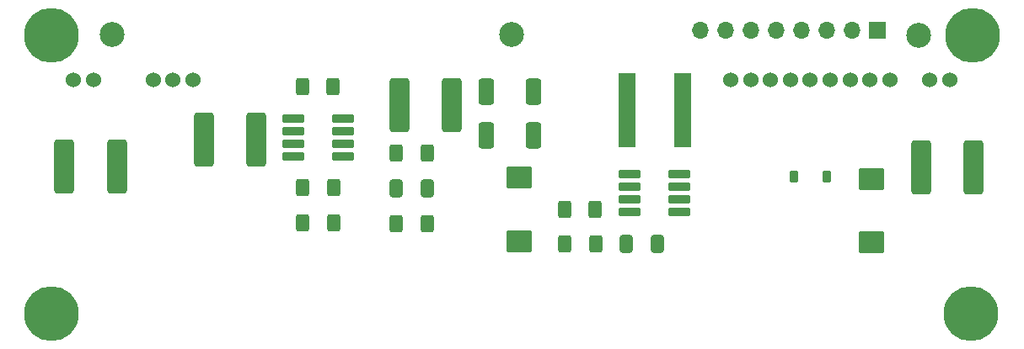
<source format=gbr>
%TF.GenerationSoftware,KiCad,Pcbnew,8.0.3+dfsg-1*%
%TF.CreationDate,2024-07-07T12:28:05+02:00*%
%TF.ProjectId,VFD-Driverboard,5646442d-4472-4697-9665-72626f617264,rev?*%
%TF.SameCoordinates,Original*%
%TF.FileFunction,Soldermask,Bot*%
%TF.FilePolarity,Negative*%
%FSLAX45Y45*%
G04 Gerber Fmt 4.5, Leading zero omitted, Abs format (unit mm)*
G04 Created by KiCad (PCBNEW 8.0.3+dfsg-1) date 2024-07-07 12:28:05*
%MOMM*%
%LPD*%
G01*
G04 APERTURE LIST*
G04 Aperture macros list*
%AMRoundRect*
0 Rectangle with rounded corners*
0 $1 Rounding radius*
0 $2 $3 $4 $5 $6 $7 $8 $9 X,Y pos of 4 corners*
0 Add a 4 corners polygon primitive as box body*
4,1,4,$2,$3,$4,$5,$6,$7,$8,$9,$2,$3,0*
0 Add four circle primitives for the rounded corners*
1,1,$1+$1,$2,$3*
1,1,$1+$1,$4,$5*
1,1,$1+$1,$6,$7*
1,1,$1+$1,$8,$9*
0 Add four rect primitives between the rounded corners*
20,1,$1+$1,$2,$3,$4,$5,0*
20,1,$1+$1,$4,$5,$6,$7,0*
20,1,$1+$1,$6,$7,$8,$9,0*
20,1,$1+$1,$8,$9,$2,$3,0*%
G04 Aperture macros list end*
%ADD10C,1.524000*%
%ADD11C,2.500000*%
%ADD12C,3.600000*%
%ADD13C,5.500000*%
%ADD14R,1.700000X1.700000*%
%ADD15O,1.700000X1.700000*%
%ADD16RoundRect,0.250000X-1.025000X0.875000X-1.025000X-0.875000X1.025000X-0.875000X1.025000X0.875000X0*%
%ADD17RoundRect,0.250000X1.025000X-0.875000X1.025000X0.875000X-1.025000X0.875000X-1.025000X-0.875000X0*%
%ADD18RoundRect,0.250000X0.400000X0.625000X-0.400000X0.625000X-0.400000X-0.625000X0.400000X-0.625000X0*%
%ADD19RoundRect,0.249999X0.737501X2.450001X-0.737501X2.450001X-0.737501X-2.450001X0.737501X-2.450001X0*%
%ADD20RoundRect,0.249999X-0.512501X-1.075001X0.512501X-1.075001X0.512501X1.075001X-0.512501X1.075001X0*%
%ADD21RoundRect,0.056280X1.030720X0.345720X-1.030720X0.345720X-1.030720X-0.345720X1.030720X-0.345720X0*%
%ADD22RoundRect,0.250000X-0.400000X-0.625000X0.400000X-0.625000X0.400000X0.625000X-0.400000X0.625000X0*%
%ADD23RoundRect,0.249999X-0.737501X-2.450001X0.737501X-2.450001X0.737501X2.450001X-0.737501X2.450001X0*%
%ADD24RoundRect,0.225000X0.225000X0.375000X-0.225000X0.375000X-0.225000X-0.375000X0.225000X-0.375000X0*%
%ADD25RoundRect,0.250000X-0.412500X-0.650000X0.412500X-0.650000X0.412500X0.650000X-0.412500X0.650000X0*%
%ADD26R,1.790700X7.493000*%
%ADD27RoundRect,0.250000X0.412500X0.650000X-0.412500X0.650000X-0.412500X-0.650000X0.412500X-0.650000X0*%
G04 APERTURE END LIST*
D10*
%TO.C,V1*%
X10739030Y-2143690D03*
X10539030Y-2143690D03*
X10139030Y-2143690D03*
X9939030Y-2143690D03*
X9739030Y-2143690D03*
X9539030Y-2143690D03*
X9339030Y-2143690D03*
X9139030Y-2143690D03*
X8939030Y-2143690D03*
X8739030Y-2143690D03*
X8539030Y-2143690D03*
X3139030Y-2143690D03*
X2939030Y-2143690D03*
X2739030Y-2143690D03*
X2139030Y-2143690D03*
X1939030Y-2143690D03*
%TD*%
D11*
%TO.C,TP3*%
X2326640Y-1694180D03*
%TD*%
%TO.C,TP2*%
X10424160Y-1699260D03*
%TD*%
%TO.C,TP1*%
X6337300Y-1694180D03*
%TD*%
D12*
%TO.C,H1*%
X1719340Y-1698340D03*
D13*
X1719340Y-1698340D03*
%TD*%
D12*
%TO.C,H4*%
X10949340Y-4498340D03*
D13*
X10949340Y-4498340D03*
%TD*%
D14*
%TO.C,J1*%
X10016940Y-1644260D03*
D15*
X9762940Y-1644260D03*
X9508940Y-1644260D03*
X9254940Y-1644260D03*
X9000940Y-1644260D03*
X8746940Y-1644260D03*
X8492940Y-1644260D03*
X8238940Y-1644260D03*
%TD*%
D12*
%TO.C,H2*%
X10969340Y-1698340D03*
D13*
X10969340Y-1698340D03*
%TD*%
D12*
%TO.C,H3*%
X1719340Y-4498340D03*
D13*
X1719340Y-4498340D03*
%TD*%
D16*
%TO.C,C8*%
X9955980Y-3142940D03*
X9955980Y-3782940D03*
%TD*%
D17*
%TO.C,C6*%
X6415100Y-3772780D03*
X6415100Y-3132780D03*
%TD*%
D18*
%TO.C,R9*%
X7179820Y-3447660D03*
X6869820Y-3447660D03*
%TD*%
D19*
%TO.C,C4*%
X2374080Y-3020940D03*
X1846580Y-3020940D03*
%TD*%
D20*
%TO.C,D3*%
X6087370Y-2706020D03*
X6554870Y-2706020D03*
%TD*%
D21*
%TO.C,U1*%
X7526500Y-3097140D03*
X7526500Y-3224140D03*
X7526500Y-3351140D03*
X7526500Y-3478140D03*
X8020500Y-3478140D03*
X8020500Y-3351140D03*
X8020500Y-3224140D03*
X8020500Y-3097140D03*
%TD*%
D22*
%TO.C,R3*%
X4238380Y-3587360D03*
X4548380Y-3587360D03*
%TD*%
D23*
%TO.C,C5*%
X5209190Y-2398640D03*
X5736690Y-2398640D03*
%TD*%
D22*
%TO.C,R2*%
X5178240Y-2883780D03*
X5488240Y-2883780D03*
%TD*%
%TO.C,R1*%
X4238320Y-3234300D03*
X4548320Y-3234300D03*
%TD*%
D24*
%TO.C,D2*%
X9503760Y-3120000D03*
X9173760Y-3120000D03*
%TD*%
D19*
%TO.C,C3*%
X10982140Y-3028560D03*
X10454640Y-3028560D03*
%TD*%
D25*
%TO.C,C2*%
X5176990Y-3236840D03*
X5489490Y-3236840D03*
%TD*%
D26*
%TO.C,L1*%
X7495995Y-2454520D03*
X8056065Y-2454520D03*
%TD*%
D22*
%TO.C,R7*%
X5178240Y-3592440D03*
X5488240Y-3592440D03*
%TD*%
D19*
%TO.C,C1*%
X3775280Y-2746620D03*
X3247780Y-2746620D03*
%TD*%
D18*
%TO.C,R4*%
X4545780Y-2215760D03*
X4235780Y-2215760D03*
%TD*%
D27*
%TO.C,C7*%
X7805280Y-3800720D03*
X7492780Y-3800720D03*
%TD*%
D21*
%TO.C,U2*%
X4148240Y-2533260D03*
X4148240Y-2660260D03*
X4148240Y-2787260D03*
X4148240Y-2914260D03*
X4642240Y-2914260D03*
X4642240Y-2787260D03*
X4642240Y-2660260D03*
X4642240Y-2533260D03*
%TD*%
D22*
%TO.C,R8*%
X6872360Y-3800720D03*
X7182360Y-3800720D03*
%TD*%
D20*
%TO.C,D1*%
X6087300Y-2264060D03*
X6554800Y-2264060D03*
%TD*%
M02*

</source>
